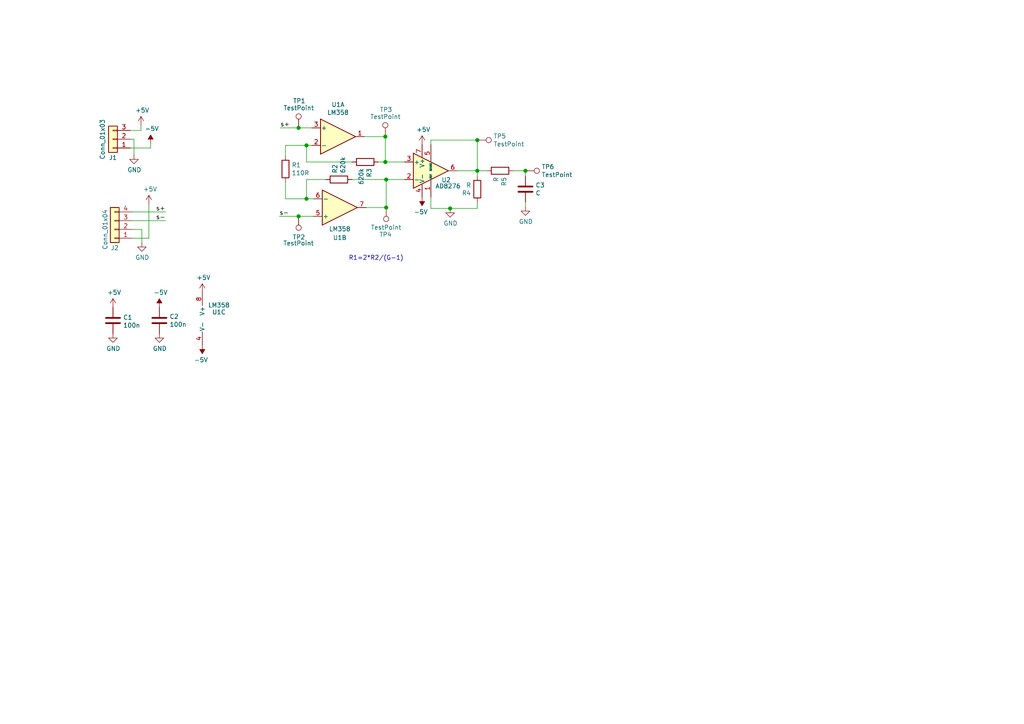
<source format=kicad_sch>
(kicad_sch (version 20210126) (generator eeschema)
  (paper "A4")
  (lib_symbols
    (symbol "Amplifier_Difference:AD8276" (pin_names (offset 0.127))
      (property "Reference" "U" (at 7.62 5.08 0))
      (property "Value" "AD8276" (at 7.62 2.54 0))
      (symbol "AD8276_0_1"
        (polyline (pts (xy -5.08 5.08) (xy 5.08 0) (xy -5.08 -5.08) (xy -5.08 5.08)) (stroke (width 0.254)) (fill (type background)))
      )
      (symbol "AD8276_1_1"
        (pin passive line (at 0 -7.62 90) (length 5.08) (name "REF") (number "1"))
        (pin passive line (at -7.62 -2.54 0) (length 2.54) (name "-") (number "2"))
        (pin passive line (at -7.62 2.54 0) (length 2.54) (name "+") (number "3"))
        (pin power_in line (at -2.54 -7.62 90) (length 3.81) (name "V-") (number "4"))
        (pin passive line (at 0 7.62 270) (length 5.08) (name "SENSE") (number "5"))
        (pin output line (at 7.62 0 180) (length 2.54) (name "~") (number "6"))
        (pin power_in line (at -2.54 7.62 270) (length 3.81) (name "V+") (number "7"))
        (pin no_connect line (at -5.08 0 0) (length 2.54) hide (name "~") (number "8"))
      )
    )
    (symbol "Amplifier_Operational:LM358" (pin_names (offset 0.127))
      (property "Reference" "U" (at 0 5.08 0))
      (property "Value" "LM358" (at 0 -5.08 0))
      (symbol "LM358_1_1"
        (polyline (pts (xy -5.08 5.08) (xy 5.08 0) (xy -5.08 -5.08) (xy -5.08 5.08)) (stroke (width 0.254)) (fill (type background)))
        (pin output line (at 7.62 0 180) (length 2.54) (name "~") (number "1"))
        (pin input line (at -7.62 -2.54 0) (length 2.54) (name "-") (number "2"))
        (pin input line (at -7.62 2.54 0) (length 2.54) (name "+") (number "3"))
      )
      (symbol "LM358_2_1"
        (polyline (pts (xy -5.08 5.08) (xy 5.08 0) (xy -5.08 -5.08) (xy -5.08 5.08)) (stroke (width 0.254)) (fill (type background)))
        (pin input line (at -7.62 2.54 0) (length 2.54) (name "+") (number "5"))
        (pin input line (at -7.62 -2.54 0) (length 2.54) (name "-") (number "6"))
        (pin output line (at 7.62 0 180) (length 2.54) (name "~") (number "7"))
      )
      (symbol "LM358_3_1"
        (pin power_in line (at -2.54 -7.62 90) (length 3.81) (name "V-") (number "4"))
        (pin power_in line (at -2.54 7.62 270) (length 3.81) (name "V+") (number "8"))
      )
    )
    (symbol "Connector:TestPoint" (pin_numbers hide) (pin_names (offset 0.762) hide)
      (property "Reference" "TP" (at 0 6.858 0))
      (property "Value" "TestPoint" (at 0 5.08 0))
      (symbol "TestPoint_0_1"
        (circle (center 0 3.302) (radius 0.762))
      )
      (symbol "TestPoint_1_1"
        (pin passive line (at 0 0 90) (length 2.54) (name "1") (number "1"))
      )
    )
    (symbol "Connector_Generic:Conn_01x03" (pin_names (offset 1.016) hide)
      (property "Reference" "J" (at 0 5.08 0))
      (property "Value" "Conn_01x03" (at 0 -5.08 0))
      (symbol "Conn_01x03_1_1"
        (rectangle (start -1.27 -2.413) (end 0 -2.667) (stroke (width 0.1524)))
        (rectangle (start -1.27 2.667) (end 0 2.413) (stroke (width 0.1524)))
        (rectangle (start -1.27 3.81) (end 1.27 -3.81) (stroke (width 0.254)) (fill (type background)))
        (rectangle (start -1.27 0.127) (end 0 -0.127) (stroke (width 0.1524)))
        (pin passive line (at -5.08 2.54 0) (length 3.81) (name "Pin_1") (number "1"))
        (pin passive line (at -5.08 0 0) (length 3.81) (name "Pin_2") (number "2"))
        (pin passive line (at -5.08 -2.54 0) (length 3.81) (name "Pin_3") (number "3"))
      )
    )
    (symbol "Connector_Generic:Conn_01x04" (pin_names (offset 1.016) hide)
      (property "Reference" "J" (at 0 5.08 0))
      (property "Value" "Conn_01x04" (at 0 -7.62 0))
      (symbol "Conn_01x04_1_1"
        (rectangle (start -1.27 -4.953) (end 0 -5.207) (stroke (width 0.1524)))
        (rectangle (start -1.27 -2.413) (end 0 -2.667) (stroke (width 0.1524)))
        (rectangle (start -1.27 2.667) (end 0 2.413) (stroke (width 0.1524)))
        (rectangle (start -1.27 3.81) (end 1.27 -6.35) (stroke (width 0.254)) (fill (type background)))
        (rectangle (start -1.27 0.127) (end 0 -0.127) (stroke (width 0.1524)))
        (pin passive line (at -5.08 2.54 0) (length 3.81) (name "Pin_1") (number "1"))
        (pin passive line (at -5.08 0 0) (length 3.81) (name "Pin_2") (number "2"))
        (pin passive line (at -5.08 -2.54 0) (length 3.81) (name "Pin_3") (number "3"))
        (pin passive line (at -5.08 -5.08 0) (length 3.81) (name "Pin_4") (number "4"))
      )
    )
    (symbol "Device:C" (pin_numbers hide) (pin_names (offset 0.254))
      (property "Reference" "C" (at 0.635 2.54 0))
      (property "Value" "C" (at 0.635 -2.54 0))
      (symbol "C_0_1"
        (polyline (pts (xy -2.032 -0.762) (xy 2.032 -0.762)) (stroke (width 0.508)))
        (polyline (pts (xy -2.032 0.762) (xy 2.032 0.762)) (stroke (width 0.508)))
      )
      (symbol "C_1_1"
        (pin passive line (at 0 3.81 270) (length 2.794) (name "~") (number "1"))
        (pin passive line (at 0 -3.81 90) (length 2.794) (name "~") (number "2"))
      )
    )
    (symbol "Device:R" (pin_numbers hide) (pin_names (offset 0))
      (property "Reference" "R" (at 2.032 0 90))
      (property "Value" "R" (at 0 0 90))
      (symbol "R_0_1"
        (rectangle (start -1.016 -2.54) (end 1.016 2.54) (stroke (width 0.254)))
      )
      (symbol "R_1_1"
        (pin passive line (at 0 3.81 270) (length 1.27) (name "~") (number "1"))
        (pin passive line (at 0 -3.81 90) (length 1.27) (name "~") (number "2"))
      )
    )
    (symbol "power:+5V" (power) (pin_names (offset 0))
      (property "Value" "+5V" (at 0 3.556 0))
      (symbol "+5V_0_1"
        (polyline (pts (xy -0.762 1.27) (xy 0 2.54)))
        (polyline (pts (xy 0 0) (xy 0 2.54)))
        (polyline (pts (xy 0 2.54) (xy 0.762 1.27)))
      )
      (symbol "+5V_1_1"
        (pin power_in line (at 0 0 90) (length 0) hide (name "+5V") (number "1"))
      )
    )
    (symbol "power:-5V" (power) (pin_names (offset 0))
      (property "Value" "-5V" (at 0 3.81 0))
      (symbol "-5V_0_0"
        (pin power_in line (at 0 0 90) (length 0) hide (name "-5V") (number "1"))
      )
      (symbol "-5V_0_1"
        (polyline (pts (xy 0 0) (xy 0 1.27) (xy 0.762 1.27) (xy 0 2.54) (xy -0.762 1.27) (xy 0 1.27)) (fill (type outline)))
      )
    )
    (symbol "power:GND" (power) (pin_names (offset 0))
      (property "Value" "GND" (at 0 -3.81 0))
      (symbol "GND_0_1"
        (polyline (pts (xy 0 0) (xy 0 -1.27) (xy 1.27 -1.27) (xy 0 -2.54) (xy -1.27 -1.27) (xy 0 -1.27)))
      )
      (symbol "GND_1_1"
        (pin power_in line (at 0 0 270) (length 0) hide (name "GND") (number "1"))
      )
    )
  )
  (junction (at 86.614 37.084) (diameter 1.016))
  (junction (at 86.614 62.738) (diameter 1.016))
  (junction (at 88.9 42.164) (diameter 1.016))
  (junction (at 88.9 57.658) (diameter 1.016))
  (junction (at 111.76 39.624) (diameter 1.016))
  (junction (at 111.76 46.99) (diameter 1.016))
  (junction (at 112.014 52.07) (diameter 1.016))
  (junction (at 112.014 60.198) (diameter 1.016))
  (junction (at 130.556 60.452) (diameter 1.016))
  (junction (at 138.43 40.64) (diameter 1.016))
  (junction (at 138.43 49.53) (diameter 1.016))
  (junction (at 152.4 49.53) (diameter 1.016))
  (wire (pts (xy 37.846 37.846) (xy 40.894 37.846)))
  (wire (pts (xy 37.846 40.386) (xy 38.862 40.386)))
  (wire (pts (xy 37.846 42.926) (xy 43.688 42.926)))
  (wire (pts (xy 38.354 61.468) (xy 48.006 61.468)))
  (wire (pts (xy 38.354 64.008) (xy 48.006 64.008)))
  (wire (pts (xy 38.354 66.548) (xy 41.148 66.548)))
  (wire (pts (xy 38.354 69.088) (xy 43.18 69.088)))
  (wire (pts (xy 38.862 40.386) (xy 38.862 44.958)))
  (wire (pts (xy 40.894 36.322) (xy 40.894 37.846)))
  (wire (pts (xy 41.148 66.548) (xy 41.148 70.358)))
  (wire (pts (xy 43.18 59.182) (xy 43.18 69.088)))
  (wire (pts (xy 43.688 41.656) (xy 43.688 42.926)))
  (wire (pts (xy 81.026 62.738) (xy 86.614 62.738)))
  (wire (pts (xy 81.28 37.084) (xy 86.614 37.084)))
  (wire (pts (xy 82.804 42.164) (xy 88.9 42.164)))
  (wire (pts (xy 82.804 45.212) (xy 82.804 42.164)))
  (wire (pts (xy 82.804 52.832) (xy 82.804 57.658)))
  (wire (pts (xy 82.804 57.658) (xy 88.9 57.658)))
  (wire (pts (xy 86.614 37.084) (xy 90.424 37.084)))
  (wire (pts (xy 86.614 62.738) (xy 90.932 62.738)))
  (wire (pts (xy 88.9 42.164) (xy 88.9 46.99)))
  (wire (pts (xy 88.9 42.164) (xy 90.424 42.164)))
  (wire (pts (xy 88.9 46.99) (xy 102.108 46.99)))
  (wire (pts (xy 88.9 52.07) (xy 88.9 57.658)))
  (wire (pts (xy 88.9 57.658) (xy 90.932 57.658)))
  (wire (pts (xy 94.488 52.07) (xy 88.9 52.07)))
  (wire (pts (xy 102.108 52.07) (xy 112.014 52.07)))
  (wire (pts (xy 105.664 39.624) (xy 111.76 39.624)))
  (wire (pts (xy 111.76 39.624) (xy 111.76 46.99)))
  (wire (pts (xy 111.76 46.99) (xy 109.728 46.99)))
  (wire (pts (xy 111.76 46.99) (xy 117.348 46.99)))
  (wire (pts (xy 112.014 52.07) (xy 112.014 60.198)))
  (wire (pts (xy 112.014 52.07) (xy 117.348 52.07)))
  (wire (pts (xy 112.014 60.198) (xy 106.172 60.198)))
  (wire (pts (xy 124.968 40.64) (xy 138.43 40.64)))
  (wire (pts (xy 124.968 41.91) (xy 124.968 40.64)))
  (wire (pts (xy 124.968 57.15) (xy 124.968 60.452)))
  (wire (pts (xy 124.968 60.452) (xy 130.556 60.452)))
  (wire (pts (xy 130.556 60.452) (xy 138.43 60.452)))
  (wire (pts (xy 138.43 40.64) (xy 138.43 49.53)))
  (wire (pts (xy 138.43 49.53) (xy 132.588 49.53)))
  (wire (pts (xy 138.43 49.53) (xy 138.43 51.054)))
  (wire (pts (xy 138.43 49.53) (xy 141.224 49.53)))
  (wire (pts (xy 138.43 60.452) (xy 138.43 58.674)))
  (wire (pts (xy 148.844 49.53) (xy 152.4 49.53)))
  (wire (pts (xy 152.4 49.53) (xy 152.4 51.054)))
  (wire (pts (xy 152.4 59.944) (xy 152.4 58.674)))
  (text "R1=2*R2/(G-1)" (at 117.094 75.692 180) (effects (font (size 1.27 1.27)) (justify right bottom)))
  (label "s+" (at 48.006 61.468 180))
  (label "s-" (at 48.006 64.008 180))
  (label "s-" (at 81.026 62.738 0))
  (label "s+" (at 81.28 37.084 0))
  (symbol (lib_id "Connector:TestPoint") (at 86.614 37.084 0) (unit 1)
    (property "Reference" "TP1" (at 84.9631 29.2671 0) (effects (justify left)))
    (property "Value" "TestPoint" (at 82.1691 31.3118 0) (effects (justify left)))
    (property "Footprint" "TestPoint:TestPoint_Pad_2.0x2.0mm" (effects hide))
  )
  (symbol (lib_id "Connector:TestPoint") (at 86.614 62.738 180) (unit 1)
    (property "Reference" "TP2" (at 88.5189 68.7769 0) (effects (justify left)))
    (property "Value" "TestPoint" (at 91.0589 70.5422 0) (effects (justify left)))
    (property "Footprint" "TestPoint:TestPoint_Pad_2.0x2.0mm" (effects hide))
  )
  (symbol (lib_id "Connector:TestPoint") (at 111.76 39.624 0) (unit 1)
    (property "Reference" "TP3" (at 110.1091 31.8071 0) (effects (justify left)))
    (property "Value" "TestPoint" (at 107.3151 33.8518 0) (effects (justify left)))
    (property "Footprint" "TestPoint:TestPoint_Pad_2.0x2.0mm" (effects hide))
  )
  (symbol (lib_id "Connector:TestPoint") (at 112.014 60.198 180) (unit 1)
    (property "Reference" "TP4" (at 113.6649 68.0149 0) (effects (justify left)))
    (property "Value" "TestPoint" (at 116.4589 65.9702 0) (effects (justify left)))
    (property "Footprint" "TestPoint:TestPoint_Pad_2.0x2.0mm" (effects hide))
  )
  (symbol (lib_id "Connector:TestPoint") (at 138.43 40.64 270) (unit 1)
    (property "Reference" "TP5" (at 143.1291 39.4906 90) (effects (justify left)))
    (property "Value" "TestPoint" (at 143.1291 41.7893 90) (effects (justify left)))
    (property "Footprint" "TestPoint:TestPoint_Pad_2.0x2.0mm" (effects hide))
  )
  (symbol (lib_id "Connector:TestPoint") (at 152.4 49.53 270) (unit 1)
    (property "Reference" "TP6" (at 157.0991 48.3806 90) (effects (justify left)))
    (property "Value" "TestPoint" (at 157.0991 50.6793 90) (effects (justify left)))
    (property "Footprint" "TestPoint:TestPoint_Pad_2.0x2.0mm" (effects hide))
  )
  (symbol (lib_id "power:+5V") (at 32.766 89.154 0) (unit 1)
    (property "Reference" "#PWR0108" (effects hide))
    (property "Value" "+5V" (at 33.1343 84.8296 0))
  )
  (symbol (lib_id "power:+5V") (at 40.894 36.322 0) (unit 1)
    (property "Reference" "#PWR0101" (effects hide))
    (property "Value" "+5V" (at 41.2623 31.9976 0))
  )
  (symbol (lib_id "power:+5V") (at 43.18 59.182 0) (unit 1)
    (property "Reference" "#PWR0102" (effects hide))
    (property "Value" "+5V" (at 43.5483 54.8576 0))
  )
  (symbol (lib_id "power:-5V") (at 43.688 41.656 0) (unit 1)
    (property "Reference" "#PWR0104" (effects hide))
    (property "Value" "-5V" (at 44.0563 37.3316 0))
  )
  (symbol (lib_id "power:-5V") (at 46.228 89.154 0) (unit 1)
    (property "Reference" "#PWR0111" (effects hide))
    (property "Value" "-5V" (at 46.5963 84.8296 0))
  )
  (symbol (lib_id "power:+5V") (at 58.674 84.836 0) (unit 1)
    (property "Reference" "#PWR0109" (effects hide))
    (property "Value" "+5V" (at 59.0423 80.5116 0))
  )
  (symbol (lib_id "power:-5V") (at 58.674 100.076 180) (unit 1)
    (property "Reference" "#PWR0110" (effects hide))
    (property "Value" "-5V" (at 58.3057 104.4004 0))
  )
  (symbol (lib_id "power:+5V") (at 122.428 41.91 0) (unit 1)
    (property "Reference" "#PWR0114" (effects hide))
    (property "Value" "+5V" (at 122.7963 37.5856 0))
  )
  (symbol (lib_id "power:-5V") (at 122.428 57.15 180) (unit 1)
    (property "Reference" "#PWR0112" (effects hide))
    (property "Value" "-5V" (at 122.0597 61.4744 0))
  )
  (symbol (lib_id "power:GND") (at 32.766 96.774 0) (unit 1)
    (property "Reference" "#PWR0107" (effects hide))
    (property "Value" "GND" (at 32.8803 101.0984 0))
  )
  (symbol (lib_id "power:GND") (at 38.862 44.958 0) (unit 1)
    (property "Reference" "#PWR0103" (effects hide))
    (property "Value" "GND" (at 38.9763 49.2824 0))
  )
  (symbol (lib_id "power:GND") (at 41.148 70.358 0) (unit 1)
    (property "Reference" "#PWR0105" (effects hide))
    (property "Value" "GND" (at 41.2623 74.6824 0))
  )
  (symbol (lib_id "power:GND") (at 46.228 96.774 0) (unit 1)
    (property "Reference" "#PWR0106" (effects hide))
    (property "Value" "GND" (at 46.3423 101.0984 0))
  )
  (symbol (lib_id "power:GND") (at 130.556 60.452 0) (unit 1)
    (property "Reference" "#PWR0113" (effects hide))
    (property "Value" "GND" (at 130.6703 64.7764 0))
  )
  (symbol (lib_id "power:GND") (at 152.4 59.944 0) (unit 1)
    (property "Reference" "#PWR0115" (effects hide))
    (property "Value" "GND" (at 152.5143 64.2684 0))
  )
  (symbol (lib_id "Device:R") (at 82.804 49.022 0) (unit 1)
    (property "Reference" "R1" (at 84.5821 47.8726 0) (effects (justify left)))
    (property "Value" "110R" (at 84.5821 50.1713 0) (effects (justify left)))
    (property "Footprint" "Resistor_SMD:R_0805_2012Metric_Pad1.20x1.40mm_HandSolder" (effects hide))
  )
  (symbol (lib_id "Device:R") (at 98.298 52.07 90) (unit 1)
    (property "Reference" "R2" (at 97.1486 50.2919 0) (effects (justify left)))
    (property "Value" "620k" (at 99.447 50.292 0) (effects (justify left)))
    (property "Footprint" "Resistor_SMD:R_0805_2012Metric_Pad1.20x1.40mm_HandSolder" (effects hide))
  )
  (symbol (lib_id "Device:R") (at 105.918 46.99 270) (unit 1)
    (property "Reference" "R3" (at 107.067 48.768 0) (effects (justify left)))
    (property "Value" "620k" (at 104.769 48.768 0) (effects (justify left)))
    (property "Footprint" "Resistor_SMD:R_0805_2012Metric_Pad1.20x1.40mm_HandSolder" (effects hide))
  )
  (symbol (lib_id "Device:R") (at 138.43 54.864 180) (unit 1)
    (property "Reference" "R4" (at 136.6519 56.0134 0) (effects (justify left)))
    (property "Value" "R" (at 136.6519 53.7147 0) (effects (justify left)))
    (property "Footprint" "Resistor_SMD:R_0805_2012Metric_Pad1.20x1.40mm_HandSolder" (effects hide))
  )
  (symbol (lib_id "Device:R") (at 145.034 49.53 270) (unit 1)
    (property "Reference" "R5" (at 146.1834 51.3081 0) (effects (justify left)))
    (property "Value" "R" (at 143.8847 51.3081 0) (effects (justify left)))
    (property "Footprint" "Resistor_SMD:R_0805_2012Metric_Pad1.20x1.40mm_HandSolder" (effects hide))
  )
  (symbol (lib_id "Amplifier_Operational:LM358") (at 61.214 92.456 0) (unit 3)
    (property "Reference" "U1" (at 63.5 90.5318 0))
    (property "Value" "LM358" (at 63.5 88.5125 0))
    (property "Footprint" "Package_SO:SO-8_3.9x4.9mm_P1.27mm" (effects hide))
    (property "Datasheet" "http://www.ti.com/lit/ds/symlink/lm2904-n.pdf" (effects hide))
  )
  (symbol (lib_id "Device:C") (at 32.766 92.964 0) (unit 1)
    (property "Reference" "C1" (at 35.6871 92.0686 0) (effects (justify left)))
    (property "Value" "100n" (at 35.687 94.367 0) (effects (justify left)))
    (property "Footprint" "Capacitor_SMD:C_0805_2012Metric_Pad1.18x1.45mm_HandSolder" (effects hide))
  )
  (symbol (lib_id "Device:C") (at 46.228 92.964 0) (unit 1)
    (property "Reference" "C2" (at 49.1491 91.8146 0) (effects (justify left)))
    (property "Value" "100n" (at 49.149 94.113 0) (effects (justify left)))
    (property "Footprint" "Capacitor_SMD:C_0805_2012Metric_Pad1.18x1.45mm_HandSolder" (effects hide))
  )
  (symbol (lib_id "Device:C") (at 152.4 54.864 0) (unit 1)
    (property "Reference" "C3" (at 155.3211 53.7146 0) (effects (justify left)))
    (property "Value" "C" (at 155.3211 56.0133 0) (effects (justify left)))
    (property "Footprint" "Capacitor_SMD:C_0805_2012Metric_Pad1.18x1.45mm_HandSolder" (effects hide))
  )
  (symbol (lib_id "Connector_Generic:Conn_01x03") (at 32.766 40.386 180) (unit 1)
    (property "Reference" "J1" (at 32.766 45.7262 0))
    (property "Value" "Conn_01x03" (at 29.718 40.4049 90))
    (property "Footprint" "Connector_PinHeader_2.54mm:PinHeader_1x03_P2.54mm_Vertical" (effects hide))
  )
  (symbol (lib_id "Connector_Generic:Conn_01x04") (at 33.274 66.548 180) (unit 1)
    (property "Reference" "J2" (at 33.274 71.8882 0))
    (property "Value" "Conn_01x04" (at 30.48 66.5669 90))
    (property "Footprint" "Connector_PinHeader_2.54mm:PinHeader_1x04_P2.54mm_Vertical" (effects hide))
  )
  (symbol (lib_id "Amplifier_Operational:LM358") (at 98.044 39.624 0) (unit 1)
    (property "Reference" "U1" (at 98.044 30.3338 0))
    (property "Value" "LM358" (at 98.044 32.6325 0))
    (property "Footprint" "Package_SO:SO-8_3.9x4.9mm_P1.27mm" (effects hide))
    (property "Datasheet" "http://www.ti.com/lit/ds/symlink/lm2904-n.pdf" (effects hide))
  )
  (symbol (lib_id "Amplifier_Operational:LM358") (at 98.552 60.198 0) (mirror x) (unit 2)
    (property "Reference" "U1" (at 98.552 68.9418 0))
    (property "Value" "LM358" (at 98.552 66.4145 0))
    (property "Footprint" "Package_SO:SO-8_3.9x4.9mm_P1.27mm" (effects hide))
    (property "Datasheet" "http://www.ti.com/lit/ds/symlink/lm2904-n.pdf" (effects hide))
  )
  (symbol (lib_id "Amplifier_Difference:AD8276") (at 124.968 49.53 0) (unit 1)
    (property "Reference" "U2" (at 128.0161 52.1906 0) (effects (justify left)))
    (property "Value" "AD8276" (at 126.2381 53.9813 0) (effects (justify left)))
    (property "Footprint" "Package_SO:SOIC-8_3.9x4.9mm_P1.27mm" (effects hide))
    (property "Datasheet" "https://www.analog.com/media/en/technical-documentation/data-sheets/AD8276_8277.pdf" (effects hide))
  )
)
</source>
